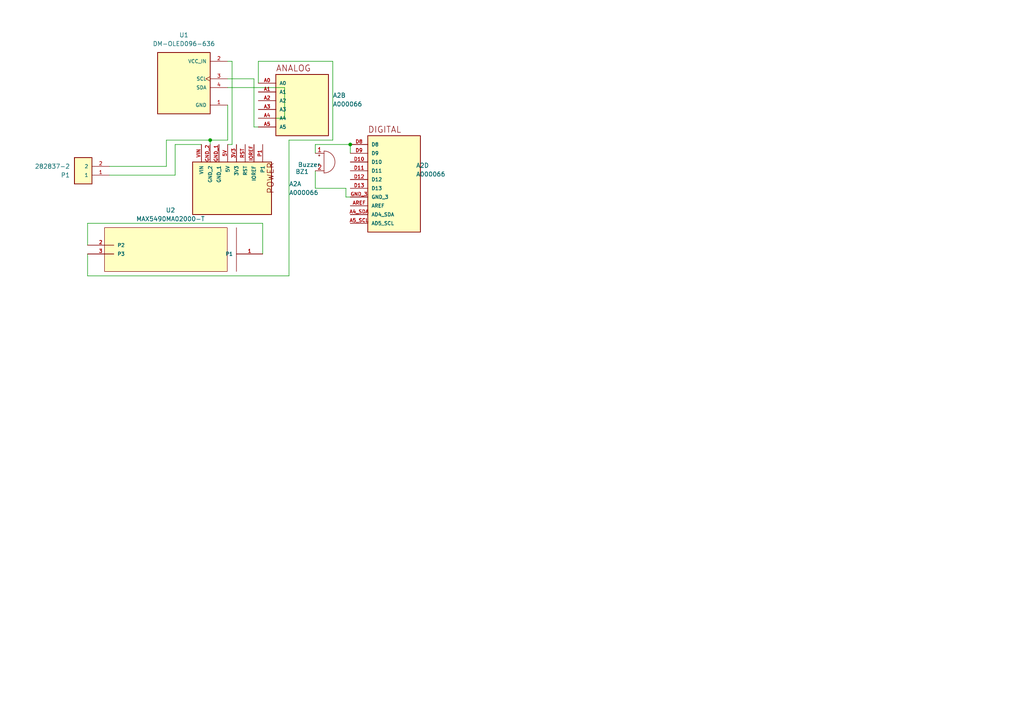
<source format=kicad_sch>
(kicad_sch
	(version 20231120)
	(generator "eeschema")
	(generator_version "8.0")
	(uuid "ac84a5d0-59e7-41f4-b614-70e764e72cda")
	(paper "A4")
	(lib_symbols
		(symbol "Device:Buzzer"
			(pin_names
				(offset 0.0254) hide)
			(exclude_from_sim no)
			(in_bom yes)
			(on_board yes)
			(property "Reference" "BZ"
				(at 3.81 1.27 0)
				(effects
					(font
						(size 1.27 1.27)
					)
					(justify left)
				)
			)
			(property "Value" "Buzzer"
				(at 3.81 -1.27 0)
				(effects
					(font
						(size 1.27 1.27)
					)
					(justify left)
				)
			)
			(property "Footprint" ""
				(at -0.635 2.54 90)
				(effects
					(font
						(size 1.27 1.27)
					)
					(hide yes)
				)
			)
			(property "Datasheet" "~"
				(at -0.635 2.54 90)
				(effects
					(font
						(size 1.27 1.27)
					)
					(hide yes)
				)
			)
			(property "Description" "Buzzer, polarized"
				(at 0 0 0)
				(effects
					(font
						(size 1.27 1.27)
					)
					(hide yes)
				)
			)
			(property "ki_keywords" "quartz resonator ceramic"
				(at 0 0 0)
				(effects
					(font
						(size 1.27 1.27)
					)
					(hide yes)
				)
			)
			(property "ki_fp_filters" "*Buzzer*"
				(at 0 0 0)
				(effects
					(font
						(size 1.27 1.27)
					)
					(hide yes)
				)
			)
			(symbol "Buzzer_0_1"
				(arc
					(start 0 -3.175)
					(mid 3.1612 0)
					(end 0 3.175)
					(stroke
						(width 0)
						(type default)
					)
					(fill
						(type none)
					)
				)
				(polyline
					(pts
						(xy -1.651 1.905) (xy -1.143 1.905)
					)
					(stroke
						(width 0)
						(type default)
					)
					(fill
						(type none)
					)
				)
				(polyline
					(pts
						(xy -1.397 2.159) (xy -1.397 1.651)
					)
					(stroke
						(width 0)
						(type default)
					)
					(fill
						(type none)
					)
				)
				(polyline
					(pts
						(xy 0 3.175) (xy 0 -3.175)
					)
					(stroke
						(width 0)
						(type default)
					)
					(fill
						(type none)
					)
				)
			)
			(symbol "Buzzer_1_1"
				(pin passive line
					(at -2.54 2.54 0)
					(length 2.54)
					(name "+"
						(effects
							(font
								(size 1.27 1.27)
							)
						)
					)
					(number "1"
						(effects
							(font
								(size 1.27 1.27)
							)
						)
					)
				)
				(pin passive line
					(at -2.54 -2.54 0)
					(length 2.54)
					(name "-"
						(effects
							(font
								(size 1.27 1.27)
							)
						)
					)
					(number "2"
						(effects
							(font
								(size 1.27 1.27)
							)
						)
					)
				)
			)
		)
		(symbol "New_Library:DM-OLED096-636"
			(pin_names
				(offset 1.016)
			)
			(exclude_from_sim no)
			(in_bom yes)
			(on_board yes)
			(property "Reference" "U"
				(at -7.62 10.922 0)
				(effects
					(font
						(size 1.27 1.27)
					)
					(justify left bottom)
				)
			)
			(property "Value" "DM-OLED096-636"
				(at -7.62 -10.16 0)
				(effects
					(font
						(size 1.27 1.27)
					)
					(justify left bottom)
				)
			)
			(property "Footprint" ""
				(at 17.272 11.938 0)
				(effects
					(font
						(size 1.27 1.27)
					)
					(justify left bottom)
					(hide yes)
				)
			)
			(property "Datasheet" ""
				(at 0 0 0)
				(effects
					(font
						(size 1.27 1.27)
					)
					(justify left bottom)
					(hide yes)
				)
			)
			(property "Description" ""
				(at 0 0 0)
				(effects
					(font
						(size 1.27 1.27)
					)
					(hide yes)
				)
			)
			(property "MF" ""
				(at 26.67 -8.128 0)
				(effects
					(font
						(size 1.27 1.27)
					)
					(justify left bottom)
					(hide yes)
				)
			)
			(property "MAXIMUM_PACKAGE_HEIGHT" ""
				(at 29.718 3.556 0)
				(effects
					(font
						(size 1.27 1.27)
					)
					(justify left bottom)
					(hide yes)
				)
			)
			(property "Package" ""
				(at -23.114 -4.064 0)
				(effects
					(font
						(size 1.27 1.27)
					)
					(justify left bottom)
					(hide yes)
				)
			)
			(property "Price" ""
				(at -22.86 -7.366 0)
				(effects
					(font
						(size 1.27 1.27)
					)
					(justify left bottom)
					(hide yes)
				)
			)
			(property "Check_prices" ""
				(at -3.556 19.304 0)
				(effects
					(font
						(size 1.27 1.27)
					)
					(justify left bottom)
					(hide yes)
				)
			)
			(property "STANDARD" ""
				(at -0.254 -12.954 0)
				(effects
					(font
						(size 1.27 1.27)
					)
					(justify left bottom)
					(hide yes)
				)
			)
			(property "PARTREV" ""
				(at 20.828 10.414 0)
				(effects
					(font
						(size 1.27 1.27)
					)
					(justify left bottom)
					(hide yes)
				)
			)
			(property "SnapEDA_Link" ""
				(at -27.94 16.256 0)
				(effects
					(font
						(size 1.27 1.27)
					)
					(justify left bottom)
					(hide yes)
				)
			)
			(property "MP" ""
				(at 24.892 -4.572 0)
				(do_not_autoplace)
				(effects
					(font
						(size 1.27 1.27)
					)
					(justify left bottom)
					(hide yes)
				)
			)
			(property "Description_1" ""
				(at -34.544 23.622 0)
				(effects
					(font
						(size 1.27 1.27)
					)
					(justify left bottom)
					(hide yes)
				)
			)
			(property "Availability" ""
				(at 25.4 6.604 0)
				(effects
					(font
						(size 1.27 1.27)
					)
					(justify left bottom)
					(hide yes)
				)
			)
			(property "MANUFACTURER" ""
				(at 34.036 -9.398 0)
				(effects
					(font
						(size 1.27 1.27)
					)
					(justify left bottom)
					(hide yes)
				)
			)
			(property "ki_locked" ""
				(at 0 0 0)
				(effects
					(font
						(size 1.27 1.27)
					)
				)
			)
			(symbol "DM-OLED096-636_0_0"
				(rectangle
					(start -7.62 10.16)
					(end 7.62 -7.62)
					(stroke
						(width 0.254)
						(type solid)
					)
					(fill
						(type background)
					)
				)
				(pin power_in line
					(at 12.7 -5.08 180)
					(length 5.08)
					(name "GND"
						(effects
							(font
								(size 1.016 1.016)
							)
						)
					)
					(number "1"
						(effects
							(font
								(size 1.016 1.016)
							)
						)
					)
				)
				(pin power_in line
					(at 12.7 7.62 180)
					(length 5.08)
					(name "VCC_IN"
						(effects
							(font
								(size 1.016 1.016)
							)
						)
					)
					(number "2"
						(effects
							(font
								(size 1.016 1.016)
							)
						)
					)
				)
				(pin input clock
					(at 12.7 2.54 180)
					(length 5.08)
					(name "SCL"
						(effects
							(font
								(size 1.016 1.016)
							)
						)
					)
					(number "3"
						(effects
							(font
								(size 1.016 1.016)
							)
						)
					)
				)
				(pin bidirectional line
					(at 12.7 0 180)
					(length 5.08)
					(name "SDA"
						(effects
							(font
								(size 1.016 1.016)
							)
						)
					)
					(number "4"
						(effects
							(font
								(size 1.016 1.016)
							)
						)
					)
				)
			)
		)
		(symbol "r3:A000066"
			(pin_names
				(offset 1.016)
			)
			(exclude_from_sim no)
			(in_bom yes)
			(on_board yes)
			(property "Reference" "A"
				(at -7.62 16.002 0)
				(effects
					(font
						(size 1.27 1.27)
					)
					(justify left bottom)
				)
			)
			(property "Value" "A000066"
				(at -7.62 -12.7 0)
				(effects
					(font
						(size 1.27 1.27)
					)
					(justify left bottom)
				)
			)
			(property "Footprint" "ARDUINO_A000066"
				(at 0 0 0)
				(effects
					(font
						(size 1.27 1.27)
					)
					(justify left bottom)
					(hide yes)
				)
			)
			(property "Datasheet" ""
				(at 0 0 0)
				(effects
					(font
						(size 1.27 1.27)
					)
					(justify left bottom)
					(hide yes)
				)
			)
			(property "Description" ""
				(at 0 0 0)
				(effects
					(font
						(size 1.27 1.27)
					)
					(hide yes)
				)
			)
			(property "DigiKey_Part_Number" "1050-1024-ND"
				(at 0 0 0)
				(effects
					(font
						(size 1.27 1.27)
					)
					(justify left bottom)
					(hide yes)
				)
			)
			(property "SnapEDA_Link" "https://www.snapeda.com/parts/A000066/Arduino/view-part/?ref=snap"
				(at 0 0 0)
				(effects
					(font
						(size 1.27 1.27)
					)
					(justify left bottom)
					(hide yes)
				)
			)
			(property "MAXIMUM_PACKAGE_HEIGHT" "N/A"
				(at 0 0 0)
				(effects
					(font
						(size 1.27 1.27)
					)
					(justify left bottom)
					(hide yes)
				)
			)
			(property "Package" "Non-Standard Arduino"
				(at 0 0 0)
				(effects
					(font
						(size 1.27 1.27)
					)
					(justify left bottom)
					(hide yes)
				)
			)
			(property "Check_prices" "https://www.snapeda.com/parts/A000066/Arduino/view-part/?ref=eda"
				(at 0 0 0)
				(effects
					(font
						(size 1.27 1.27)
					)
					(justify left bottom)
					(hide yes)
				)
			)
			(property "STANDARD" "Manufacturer Recommendations"
				(at 0 0 0)
				(effects
					(font
						(size 1.27 1.27)
					)
					(justify left bottom)
					(hide yes)
				)
			)
			(property "PARTREV" "N/A"
				(at 0 0 0)
				(effects
					(font
						(size 1.27 1.27)
					)
					(justify left bottom)
					(hide yes)
				)
			)
			(property "MF" "arduino education"
				(at 0 0 0)
				(effects
					(font
						(size 1.27 1.27)
					)
					(justify left bottom)
					(hide yes)
				)
			)
			(property "MP" "A000066"
				(at 0 0 0)
				(effects
					(font
						(size 1.27 1.27)
					)
					(justify left bottom)
					(hide yes)
				)
			)
			(property "Description_1" "\\n                        \\n                            The Arduino Uno R3 is an 8-bit  microcontroller board featuring the ATmega328P microcontroller (MCU). This board operates at a clock speed of 16 MHz and uses a 5V logic level, making it ideal for a wide range of embedded applications. It supports the Arduino R3 Shield interconnect system and provides 14 digital I/O pins, 6 of which can be used as PWM outputs, and 6 analog input pins. It also features an ICSP header, 2KB SRAM and 1K of EEPROM. The Uno R3 is compatible with the Arduino IDE (Integrated Development Environment) for easy programming and prototyping using a C++ variant.\\n                        \\n"
				(at 0 0 0)
				(effects
					(font
						(size 1.27 1.27)
					)
					(justify left bottom)
					(hide yes)
				)
			)
			(property "MANUFACTURER" "Arduino"
				(at 0 0 0)
				(effects
					(font
						(size 1.27 1.27)
					)
					(justify left bottom)
					(hide yes)
				)
			)
			(property "SNAPEDA_PN" "ARDUINO UNO REV3"
				(at 0 0 0)
				(effects
					(font
						(size 1.27 1.27)
					)
					(justify left bottom)
					(hide yes)
				)
			)
			(property "ki_locked" ""
				(at 0 0 0)
				(effects
					(font
						(size 1.27 1.27)
					)
				)
			)
			(symbol "A000066_1_0"
				(rectangle
					(start -7.62 -10.16)
					(end 7.62 12.7)
					(stroke
						(width 0.254)
						(type solid)
					)
					(fill
						(type background)
					)
				)
				(text "POWER"
					(at -7.62 13.462 0)
					(effects
						(font
							(size 1.778 1.778)
						)
						(justify left bottom)
					)
				)
				(pin power_in line
					(at -12.7 2.54 0)
					(length 5.08)
					(name "3V3"
						(effects
							(font
								(size 1.016 1.016)
							)
						)
					)
					(number "3V3"
						(effects
							(font
								(size 1.016 1.016)
							)
						)
					)
				)
				(pin power_in line
					(at -12.7 0 0)
					(length 5.08)
					(name "5V"
						(effects
							(font
								(size 1.016 1.016)
							)
						)
					)
					(number "5V"
						(effects
							(font
								(size 1.016 1.016)
							)
						)
					)
				)
				(pin power_in line
					(at -12.7 -2.54 0)
					(length 5.08)
					(name "GND_1"
						(effects
							(font
								(size 1.016 1.016)
							)
						)
					)
					(number "GND_1"
						(effects
							(font
								(size 1.016 1.016)
							)
						)
					)
				)
				(pin power_in line
					(at -12.7 -5.08 0)
					(length 5.08)
					(name "GND_2"
						(effects
							(font
								(size 1.016 1.016)
							)
						)
					)
					(number "GND_2"
						(effects
							(font
								(size 1.016 1.016)
							)
						)
					)
				)
				(pin bidirectional line
					(at -12.7 7.62 0)
					(length 5.08)
					(name "IOREF"
						(effects
							(font
								(size 1.016 1.016)
							)
						)
					)
					(number "IOREF"
						(effects
							(font
								(size 1.016 1.016)
							)
						)
					)
				)
				(pin bidirectional line
					(at -12.7 10.16 0)
					(length 5.08)
					(name "P1"
						(effects
							(font
								(size 1.016 1.016)
							)
						)
					)
					(number "P1"
						(effects
							(font
								(size 1.016 1.016)
							)
						)
					)
				)
				(pin bidirectional line
					(at -12.7 5.08 0)
					(length 5.08)
					(name "RST"
						(effects
							(font
								(size 1.016 1.016)
							)
						)
					)
					(number "RST"
						(effects
							(font
								(size 1.016 1.016)
							)
						)
					)
				)
				(pin power_in line
					(at -12.7 -7.62 0)
					(length 5.08)
					(name "VIN"
						(effects
							(font
								(size 1.016 1.016)
							)
						)
					)
					(number "VIN"
						(effects
							(font
								(size 1.016 1.016)
							)
						)
					)
				)
			)
			(symbol "A000066_2_0"
				(rectangle
					(start -7.62 -10.16)
					(end 7.62 7.62)
					(stroke
						(width 0.254)
						(type solid)
					)
					(fill
						(type background)
					)
				)
				(text "ANALOG"
					(at -7.62 8.382 0)
					(effects
						(font
							(size 1.778 1.778)
						)
						(justify left bottom)
					)
				)
				(pin bidirectional line
					(at -12.7 5.08 0)
					(length 5.08)
					(name "A0"
						(effects
							(font
								(size 1.016 1.016)
							)
						)
					)
					(number "A0"
						(effects
							(font
								(size 1.016 1.016)
							)
						)
					)
				)
				(pin bidirectional line
					(at -12.7 2.54 0)
					(length 5.08)
					(name "A1"
						(effects
							(font
								(size 1.016 1.016)
							)
						)
					)
					(number "A1"
						(effects
							(font
								(size 1.016 1.016)
							)
						)
					)
				)
				(pin bidirectional line
					(at -12.7 0 0)
					(length 5.08)
					(name "A2"
						(effects
							(font
								(size 1.016 1.016)
							)
						)
					)
					(number "A2"
						(effects
							(font
								(size 1.016 1.016)
							)
						)
					)
				)
				(pin bidirectional line
					(at -12.7 -2.54 0)
					(length 5.08)
					(name "A3"
						(effects
							(font
								(size 1.016 1.016)
							)
						)
					)
					(number "A3"
						(effects
							(font
								(size 1.016 1.016)
							)
						)
					)
				)
				(pin bidirectional line
					(at -12.7 -5.08 0)
					(length 5.08)
					(name "A4"
						(effects
							(font
								(size 1.016 1.016)
							)
						)
					)
					(number "A4"
						(effects
							(font
								(size 1.016 1.016)
							)
						)
					)
				)
				(pin bidirectional line
					(at -12.7 -7.62 0)
					(length 5.08)
					(name "A5"
						(effects
							(font
								(size 1.016 1.016)
							)
						)
					)
					(number "A5"
						(effects
							(font
								(size 1.016 1.016)
							)
						)
					)
				)
			)
			(symbol "A000066_3_0"
				(rectangle
					(start -7.62 -12.7)
					(end 7.62 10.16)
					(stroke
						(width 0.254)
						(type solid)
					)
					(fill
						(type background)
					)
				)
				(text "DIGITAL"
					(at -7.62 10.922 0)
					(effects
						(font
							(size 1.778 1.778)
						)
						(justify left bottom)
					)
				)
				(pin bidirectional line
					(at -12.7 7.62 0)
					(length 5.08)
					(name "D0"
						(effects
							(font
								(size 1.016 1.016)
							)
						)
					)
					(number "D0"
						(effects
							(font
								(size 1.016 1.016)
							)
						)
					)
				)
				(pin bidirectional line
					(at -12.7 5.08 0)
					(length 5.08)
					(name "D1"
						(effects
							(font
								(size 1.016 1.016)
							)
						)
					)
					(number "D1"
						(effects
							(font
								(size 1.016 1.016)
							)
						)
					)
				)
				(pin bidirectional line
					(at -12.7 2.54 0)
					(length 5.08)
					(name "D2"
						(effects
							(font
								(size 1.016 1.016)
							)
						)
					)
					(number "D2"
						(effects
							(font
								(size 1.016 1.016)
							)
						)
					)
				)
				(pin bidirectional line
					(at -12.7 0 0)
					(length 5.08)
					(name "D3"
						(effects
							(font
								(size 1.016 1.016)
							)
						)
					)
					(number "D3"
						(effects
							(font
								(size 1.016 1.016)
							)
						)
					)
				)
				(pin bidirectional line
					(at -12.7 -2.54 0)
					(length 5.08)
					(name "D4"
						(effects
							(font
								(size 1.016 1.016)
							)
						)
					)
					(number "D4"
						(effects
							(font
								(size 1.016 1.016)
							)
						)
					)
				)
				(pin bidirectional line
					(at -12.7 -5.08 0)
					(length 5.08)
					(name "D5"
						(effects
							(font
								(size 1.016 1.016)
							)
						)
					)
					(number "D5"
						(effects
							(font
								(size 1.016 1.016)
							)
						)
					)
				)
				(pin bidirectional line
					(at -12.7 -7.62 0)
					(length 5.08)
					(name "D6"
						(effects
							(font
								(size 1.016 1.016)
							)
						)
					)
					(number "D6"
						(effects
							(font
								(size 1.016 1.016)
							)
						)
					)
				)
				(pin bidirectional line
					(at -12.7 -10.16 0)
					(length 5.08)
					(name "D7"
						(effects
							(font
								(size 1.016 1.016)
							)
						)
					)
					(number "D7"
						(effects
							(font
								(size 1.016 1.016)
							)
						)
					)
				)
			)
			(symbol "A000066_4_0"
				(rectangle
					(start -7.62 -15.24)
					(end 7.62 12.7)
					(stroke
						(width 0.254)
						(type solid)
					)
					(fill
						(type background)
					)
				)
				(text "DIGITAL"
					(at -7.62 13.462 0)
					(effects
						(font
							(size 1.778 1.778)
						)
						(justify left bottom)
					)
				)
				(pin bidirectional line
					(at -12.7 -10.16 0)
					(length 5.08)
					(name "AD4_SDA"
						(effects
							(font
								(size 1.016 1.016)
							)
						)
					)
					(number "A4_SDA"
						(effects
							(font
								(size 1.016 1.016)
							)
						)
					)
				)
				(pin bidirectional line
					(at -12.7 -12.7 0)
					(length 5.08)
					(name "AD5_SCL"
						(effects
							(font
								(size 1.016 1.016)
							)
						)
					)
					(number "A5_SCL"
						(effects
							(font
								(size 1.016 1.016)
							)
						)
					)
				)
				(pin bidirectional line
					(at -12.7 -7.62 0)
					(length 5.08)
					(name "AREF"
						(effects
							(font
								(size 1.016 1.016)
							)
						)
					)
					(number "AREF"
						(effects
							(font
								(size 1.016 1.016)
							)
						)
					)
				)
				(pin bidirectional line
					(at -12.7 5.08 0)
					(length 5.08)
					(name "D10"
						(effects
							(font
								(size 1.016 1.016)
							)
						)
					)
					(number "D10"
						(effects
							(font
								(size 1.016 1.016)
							)
						)
					)
				)
				(pin bidirectional line
					(at -12.7 2.54 0)
					(length 5.08)
					(name "D11"
						(effects
							(font
								(size 1.016 1.016)
							)
						)
					)
					(number "D11"
						(effects
							(font
								(size 1.016 1.016)
							)
						)
					)
				)
				(pin bidirectional line
					(at -12.7 0 0)
					(length 5.08)
					(name "D12"
						(effects
							(font
								(size 1.016 1.016)
							)
						)
					)
					(number "D12"
						(effects
							(font
								(size 1.016 1.016)
							)
						)
					)
				)
				(pin bidirectional line
					(at -12.7 -2.54 0)
					(length 5.08)
					(name "D13"
						(effects
							(font
								(size 1.016 1.016)
							)
						)
					)
					(number "D13"
						(effects
							(font
								(size 1.016 1.016)
							)
						)
					)
				)
				(pin bidirectional line
					(at -12.7 10.16 0)
					(length 5.08)
					(name "D8"
						(effects
							(font
								(size 1.016 1.016)
							)
						)
					)
					(number "D8"
						(effects
							(font
								(size 1.016 1.016)
							)
						)
					)
				)
				(pin bidirectional line
					(at -12.7 7.62 0)
					(length 5.08)
					(name "D9"
						(effects
							(font
								(size 1.016 1.016)
							)
						)
					)
					(number "D9"
						(effects
							(font
								(size 1.016 1.016)
							)
						)
					)
				)
				(pin power_in line
					(at -12.7 -5.08 0)
					(length 5.08)
					(name "GND_3"
						(effects
							(font
								(size 1.016 1.016)
							)
						)
					)
					(number "GND_3"
						(effects
							(font
								(size 1.016 1.016)
							)
						)
					)
				)
			)
		)
		(symbol "termin:282837-2"
			(pin_names
				(offset 1.016)
			)
			(exclude_from_sim no)
			(in_bom yes)
			(on_board yes)
			(property "Reference" "P"
				(at -2.54 2.54 0)
				(effects
					(font
						(size 1.27 1.27)
					)
					(justify left bottom)
				)
			)
			(property "Value" "282837-2"
				(at -4.826 -7.366 0)
				(effects
					(font
						(size 1.27 1.27)
					)
					(justify left bottom)
				)
			)
			(property "Footprint" ""
				(at 0 0 0)
				(effects
					(font
						(size 1.27 1.27)
					)
					(justify left bottom)
					(hide yes)
				)
			)
			(property "Datasheet" ""
				(at 0 0 0)
				(effects
					(font
						(size 1.27 1.27)
					)
					(justify left bottom)
					(hide yes)
				)
			)
			(property "Description" ""
				(at 0 0 0)
				(effects
					(font
						(size 1.27 1.27)
					)
					(justify left bottom)
					(hide yes)
				)
			)
			(property "MF" ""
				(at 0 0 0)
				(effects
					(font
						(size 1.27 1.27)
					)
					(justify left bottom)
					(hide yes)
				)
			)
			(property "PACKAGE" ""
				(at 0 0 0)
				(effects
					(font
						(size 1.27 1.27)
					)
					(justify left bottom)
					(hide yes)
				)
			)
			(property "PRICE" ""
				(at 0 0 0)
				(effects
					(font
						(size 1.27 1.27)
					)
					(justify left bottom)
					(hide yes)
				)
			)
			(property "PARTREV" ""
				(at 0 0 0)
				(effects
					(font
						(size 1.27 1.27)
					)
					(justify left bottom)
					(hide yes)
				)
			)
			(property "MP" ""
				(at 0 0 0)
				(effects
					(font
						(size 1.27 1.27)
					)
					(justify left bottom)
					(hide yes)
				)
			)
			(property "AVAILABILITY" ""
				(at 0 0 0)
				(effects
					(font
						(size 1.27 1.27)
					)
					(justify left bottom)
					(hide yes)
				)
			)
			(property "ki_locked" ""
				(at 0 0 0)
				(effects
					(font
						(size 1.27 1.27)
					)
				)
			)
			(symbol "282837-2_0_0"
				(rectangle
					(start -2.54 -5.08)
					(end 2.54 2.54)
					(stroke
						(width 0.254)
						(type solid)
					)
					(fill
						(type background)
					)
				)
				(pin passive line
					(at -7.62 0 0)
					(length 5.08)
					(name "1"
						(effects
							(font
								(size 1.016 1.016)
							)
						)
					)
					(number "1"
						(effects
							(font
								(size 1.016 1.016)
							)
						)
					)
				)
				(pin passive line
					(at -7.62 -2.54 0)
					(length 5.08)
					(name "2"
						(effects
							(font
								(size 1.016 1.016)
							)
						)
					)
					(number "2"
						(effects
							(font
								(size 1.016 1.016)
							)
						)
					)
				)
			)
		)
		(symbol "vd:MAX5490MA02000-T"
			(pin_names
				(offset 1.016)
			)
			(exclude_from_sim no)
			(in_bom yes)
			(on_board yes)
			(property "Reference" "U"
				(at 20.6756 9.1186 0)
				(effects
					(font
						(size 1.27 1.27)
					)
					(justify left bottom)
				)
			)
			(property "Value" "MAX5490MA02000-T"
				(at 20.066 6.5786 0)
				(effects
					(font
						(size 1.27 1.27)
					)
					(justify left bottom)
				)
			)
			(property "Footprint" ""
				(at 0 0 0)
				(effects
					(font
						(size 1.27 1.27)
					)
					(justify left bottom)
					(hide yes)
				)
			)
			(property "Datasheet" ""
				(at 0 0 0)
				(effects
					(font
						(size 1.27 1.27)
					)
					(justify left bottom)
					(hide yes)
				)
			)
			(property "Description" ""
				(at 0 0 0)
				(effects
					(font
						(size 1.27 1.27)
					)
					(hide yes)
				)
			)
			(property "MF" ""
				(at 0 0 0)
				(effects
					(font
						(size 1.27 1.27)
					)
					(justify left bottom)
					(hide yes)
				)
			)
			(property "VENDOR" ""
				(at 0 0 0)
				(effects
					(font
						(size 1.27 1.27)
					)
					(justify left bottom)
					(hide yes)
				)
			)
			(property "Description_1" ""
				(at 0 0 0)
				(effects
					(font
						(size 1.27 1.27)
					)
					(justify left bottom)
					(hide yes)
				)
			)
			(property "Package" ""
				(at 0 0 0)
				(effects
					(font
						(size 1.27 1.27)
					)
					(justify left bottom)
					(hide yes)
				)
			)
			(property "Price" ""
				(at 0 0 0)
				(effects
					(font
						(size 1.27 1.27)
					)
					(justify left bottom)
					(hide yes)
				)
			)
			(property "Check_prices" ""
				(at 0 0 0)
				(effects
					(font
						(size 1.27 1.27)
					)
					(justify left bottom)
					(hide yes)
				)
			)
			(property "SnapEDA_Link" ""
				(at 0 0 0)
				(effects
					(font
						(size 1.27 1.27)
					)
					(justify left bottom)
					(hide yes)
				)
			)
			(property "MP" ""
				(at 0 0 0)
				(effects
					(font
						(size 1.27 1.27)
					)
					(justify left bottom)
					(hide yes)
				)
			)
			(property "Availability" ""
				(at 0 0 0)
				(effects
					(font
						(size 1.27 1.27)
					)
					(justify left bottom)
					(hide yes)
				)
			)
			(property "MANUFACTURER_PART_NUMBER" ""
				(at 0 0 0)
				(effects
					(font
						(size 1.27 1.27)
					)
					(justify left bottom)
					(hide yes)
				)
			)
			(property "ki_locked" ""
				(at 0 0 0)
				(effects
					(font
						(size 1.27 1.27)
					)
				)
			)
			(symbol "MAX5490MA02000-T_0_0"
				(polyline
					(pts
						(xy 7.62 5.08) (xy 7.62 -7.62)
					)
					(stroke
						(width 0.1524)
						(type solid)
					)
					(fill
						(type none)
					)
				)
				(rectangle
					(start 10.3124 -7.62)
					(end 45.8724 5.08)
					(stroke
						(width 0.1524)
						(type solid)
					)
					(fill
						(type background)
					)
				)
				(pin passive line
					(at 0 0 0)
					(length 7.62)
					(name "P1"
						(effects
							(font
								(size 1.016 1.016)
							)
						)
					)
					(number "1"
						(effects
							(font
								(size 1.016 1.016)
							)
						)
					)
				)
				(pin passive line
					(at 50.8 -2.54 180)
					(length 7.62)
					(name "P2"
						(effects
							(font
								(size 1.016 1.016)
							)
						)
					)
					(number "2"
						(effects
							(font
								(size 1.016 1.016)
							)
						)
					)
				)
				(pin passive line
					(at 50.8 0 180)
					(length 7.62)
					(name "P3"
						(effects
							(font
								(size 1.016 1.016)
							)
						)
					)
					(number "3"
						(effects
							(font
								(size 1.016 1.016)
							)
						)
					)
				)
			)
		)
	)
	(junction
		(at 60.96 40.64)
		(diameter 0)
		(color 0 0 0 0)
		(uuid "0ff40dcc-745d-4f4f-b884-1035f2f25602")
	)
	(junction
		(at 101.6 41.91)
		(diameter 0)
		(color 0 0 0 0)
		(uuid "98ba11cb-475e-4bcb-982d-02cf2e147370")
	)
	(wire
		(pts
			(xy 25.4 73.66) (xy 25.4 80.01)
		)
		(stroke
			(width 0)
			(type default)
		)
		(uuid "04043f81-666e-43c1-ab04-fc1695bbcc07")
	)
	(wire
		(pts
			(xy 48.26 48.26) (xy 48.26 40.64)
		)
		(stroke
			(width 0)
			(type default)
		)
		(uuid "16e88060-2f12-4f11-9849-8dc8f1e45569")
	)
	(wire
		(pts
			(xy 82.55 25.4) (xy 82.55 34.29)
		)
		(stroke
			(width 0)
			(type default)
		)
		(uuid "19eef270-d62a-47ca-a8b7-894eb08db320")
	)
	(wire
		(pts
			(xy 60.96 40.64) (xy 60.96 41.91)
		)
		(stroke
			(width 0)
			(type default)
		)
		(uuid "1cf77c81-e5fe-4afc-94c5-c4d05e5542dc")
	)
	(wire
		(pts
			(xy 66.04 30.48) (xy 66.04 40.64)
		)
		(stroke
			(width 0)
			(type default)
		)
		(uuid "280441cb-2b6c-4e25-803b-b1d5accfbd6a")
	)
	(wire
		(pts
			(xy 66.04 22.86) (xy 73.66 22.86)
		)
		(stroke
			(width 0)
			(type default)
		)
		(uuid "284bd50e-8dd0-48a8-9e0a-dd25a2c3c540")
	)
	(wire
		(pts
			(xy 76.2 73.66) (xy 76.2 64.77)
		)
		(stroke
			(width 0)
			(type default)
		)
		(uuid "2bf52789-825a-444b-bff3-0c35befe37a5")
	)
	(wire
		(pts
			(xy 25.4 80.01) (xy 83.82 80.01)
		)
		(stroke
			(width 0)
			(type default)
		)
		(uuid "38dd0689-0608-4657-ad25-827c3eeff448")
	)
	(wire
		(pts
			(xy 66.04 17.78) (xy 67.31 17.78)
		)
		(stroke
			(width 0)
			(type default)
		)
		(uuid "3b0661e5-175c-42fc-97d5-4ba32659f6da")
	)
	(wire
		(pts
			(xy 60.96 40.64) (xy 66.04 40.64)
		)
		(stroke
			(width 0)
			(type default)
		)
		(uuid "407b9385-2e4a-4849-97e4-2d9decb3b265")
	)
	(wire
		(pts
			(xy 74.93 17.78) (xy 74.93 24.13)
		)
		(stroke
			(width 0)
			(type default)
		)
		(uuid "41b860bc-1b0a-4e90-8fc0-77dba51197ed")
	)
	(wire
		(pts
			(xy 73.66 36.83) (xy 74.93 36.83)
		)
		(stroke
			(width 0)
			(type default)
		)
		(uuid "46189b3d-a5ef-4bfb-b20e-607c43d923b2")
	)
	(wire
		(pts
			(xy 83.82 40.64) (xy 96.52 40.64)
		)
		(stroke
			(width 0)
			(type default)
		)
		(uuid "47eb9816-377a-4ab1-821c-a521642fc00d")
	)
	(wire
		(pts
			(xy 76.2 64.77) (xy 25.4 64.77)
		)
		(stroke
			(width 0)
			(type default)
		)
		(uuid "4ef5f612-21e8-4c8b-b6b5-cdeaad34611b")
	)
	(wire
		(pts
			(xy 82.55 34.29) (xy 74.93 34.29)
		)
		(stroke
			(width 0)
			(type default)
		)
		(uuid "57ddc3c3-4fa7-4df2-8595-8b0ed6e51055")
	)
	(wire
		(pts
			(xy 67.31 17.78) (xy 67.31 41.91)
		)
		(stroke
			(width 0)
			(type default)
		)
		(uuid "589582c5-3186-454b-9ba6-85e401e61c77")
	)
	(wire
		(pts
			(xy 31.75 48.26) (xy 48.26 48.26)
		)
		(stroke
			(width 0)
			(type default)
		)
		(uuid "58e6028c-dca4-4b82-8f02-2c3a42f1da2e")
	)
	(wire
		(pts
			(xy 100.33 54.61) (xy 100.33 57.15)
		)
		(stroke
			(width 0)
			(type default)
		)
		(uuid "61a3efc1-f09f-4288-85e4-0b5dc7dbf156")
	)
	(wire
		(pts
			(xy 96.52 17.78) (xy 74.93 17.78)
		)
		(stroke
			(width 0)
			(type default)
		)
		(uuid "751a38cb-1749-4b14-9dc0-e9a24d6cca0f")
	)
	(wire
		(pts
			(xy 31.75 50.8) (xy 50.8 50.8)
		)
		(stroke
			(width 0)
			(type default)
		)
		(uuid "799421c1-d8a1-46a6-aa6b-60972056dfbf")
	)
	(wire
		(pts
			(xy 91.44 54.61) (xy 100.33 54.61)
		)
		(stroke
			(width 0)
			(type default)
		)
		(uuid "862a071e-8789-44c6-92ae-b25c0d5632a6")
	)
	(wire
		(pts
			(xy 96.52 40.64) (xy 96.52 17.78)
		)
		(stroke
			(width 0)
			(type default)
		)
		(uuid "95050134-77d4-49ab-a60c-973b13392d0f")
	)
	(wire
		(pts
			(xy 50.8 41.91) (xy 58.42 41.91)
		)
		(stroke
			(width 0)
			(type default)
		)
		(uuid "96e36950-cd35-4397-9162-f3fb948f0405")
	)
	(wire
		(pts
			(xy 48.26 40.64) (xy 60.96 40.64)
		)
		(stroke
			(width 0)
			(type default)
		)
		(uuid "a43132d4-e447-41d2-9159-51e7d6ce8b16")
	)
	(wire
		(pts
			(xy 83.82 40.64) (xy 83.82 80.01)
		)
		(stroke
			(width 0)
			(type default)
		)
		(uuid "a7c584e1-16b0-46a9-8504-0b812c776894")
	)
	(wire
		(pts
			(xy 82.55 25.4) (xy 66.04 25.4)
		)
		(stroke
			(width 0)
			(type default)
		)
		(uuid "b2c47971-817b-4e17-adcd-5edb0b2040f6")
	)
	(wire
		(pts
			(xy 91.44 49.53) (xy 91.44 54.61)
		)
		(stroke
			(width 0)
			(type default)
		)
		(uuid "c043fe1c-c4c6-426c-8681-2d4cf893b975")
	)
	(wire
		(pts
			(xy 91.44 41.91) (xy 101.6 41.91)
		)
		(stroke
			(width 0)
			(type default)
		)
		(uuid "c99872e8-c865-4e23-9275-ddc433be6c65")
	)
	(wire
		(pts
			(xy 91.44 44.45) (xy 91.44 41.91)
		)
		(stroke
			(width 0)
			(type default)
		)
		(uuid "d0ce3e1e-8a2f-4630-ad0f-c756a04913cf")
	)
	(wire
		(pts
			(xy 100.33 57.15) (xy 101.6 57.15)
		)
		(stroke
			(width 0)
			(type default)
		)
		(uuid "d1c31001-6b50-4720-9664-4cd65b8f9eea")
	)
	(wire
		(pts
			(xy 73.66 22.86) (xy 73.66 36.83)
		)
		(stroke
			(width 0)
			(type default)
		)
		(uuid "d42e2853-942c-47c5-8765-e086bd4c8845")
	)
	(wire
		(pts
			(xy 25.4 64.77) (xy 25.4 71.12)
		)
		(stroke
			(width 0)
			(type default)
		)
		(uuid "de775162-14e8-4c00-8dcc-3e7a89953e56")
	)
	(wire
		(pts
			(xy 67.31 41.91) (xy 66.04 41.91)
		)
		(stroke
			(width 0)
			(type default)
		)
		(uuid "e9183cad-f3c1-4740-8eaa-c4eec96f0387")
	)
	(wire
		(pts
			(xy 50.8 50.8) (xy 50.8 41.91)
		)
		(stroke
			(width 0)
			(type default)
		)
		(uuid "efcbbd2b-e073-4545-8df0-b65880b070aa")
	)
	(wire
		(pts
			(xy 101.6 41.91) (xy 101.6 44.45)
		)
		(stroke
			(width 0)
			(type default)
		)
		(uuid "f170ce99-b428-4703-8868-d46495b2a082")
	)
	(symbol
		(lib_id "r3:A000066")
		(at 114.3 52.07 0)
		(unit 4)
		(exclude_from_sim no)
		(in_bom yes)
		(on_board yes)
		(dnp no)
		(uuid "16e6be6c-e399-422e-90bd-6b74a2c14366")
		(property "Reference" "A2"
			(at 120.65 47.9899 0)
			(effects
				(font
					(size 1.27 1.27)
				)
				(justify left)
			)
		)
		(property "Value" "A000066"
			(at 120.65 50.5299 0)
			(effects
				(font
					(size 1.27 1.27)
				)
				(justify left)
			)
		)
		(property "Footprint" "ARDUINO_A000066"
			(at 114.3 52.07 0)
			(effects
				(font
					(size 1.27 1.27)
				)
				(justify left bottom)
				(hide yes)
			)
		)
		(property "Datasheet" ""
			(at 114.3 52.07 0)
			(effects
				(font
					(size 1.27 1.27)
				)
				(justify left bottom)
				(hide yes)
			)
		)
		(property "Description" ""
			(at 114.3 52.07 0)
			(effects
				(font
					(size 1.27 1.27)
				)
				(hide yes)
			)
		)
		(property "DigiKey_Part_Number" "1050-1024-ND"
			(at 114.3 52.07 0)
			(effects
				(font
					(size 1.27 1.27)
				)
				(justify left bottom)
				(hide yes)
			)
		)
		(property "SnapEDA_Link" "https://www.snapeda.com/parts/A000066/Arduino/view-part/?ref=snap"
			(at 114.3 52.07 0)
			(effects
				(font
					(size 1.27 1.27)
				)
				(justify left bottom)
				(hide yes)
			)
		)
		(property "MAXIMUM_PACKAGE_HEIGHT" "N/A"
			(at 114.3 52.07 0)
			(effects
				(font
					(size 1.27 1.27)
				)
				(justify left bottom)
				(hide yes)
			)
		)
		(property "Package" "Non-Standard Arduino"
			(at 114.3 52.07 0)
			(effects
				(font
					(size 1.27 1.27)
				)
				(justify left bottom)
				(hide yes)
			)
		)
		(property "Check_prices" "https://www.snapeda.com/parts/A000066/Arduino/view-part/?ref=eda"
			(at 114.3 52.07 0)
			(effects
				(font
					(size 1.27 1.27)
				)
				(justify left bottom)
				(hide yes)
			)
		)
		(property "STANDARD" "Manufacturer Recommendations"
			(at 114.3 52.07 0)
			(effects
				(font
					(size 1.27 1.27)
				)
				(justify left bottom)
				(hide yes)
			)
		)
		(property "PARTREV" "N/A"
			(at 114.3 52.07 0)
			(effects
				(font
					(size 1.27 1.27)
				)
				(justify left bottom)
				(hide yes)
			)
		)
		(property "MF" "arduino education"
			(at 114.3 52.07 0)
			(effects
				(font
					(size 1.27 1.27)
				)
				(justify left bottom)
				(hide yes)
			)
		)
		(property "MP" "A000066"
			(at 114.3 52.07 0)
			(effects
				(font
					(size 1.27 1.27)
				)
				(justify left bottom)
				(hide yes)
			)
		)
		(property "Description_1" "\\n                        \\n                            The Arduino Uno R3 is an 8-bit  microcontroller board featuring the ATmega328P microcontroller (MCU). This board operates at a clock speed of 16 MHz and uses a 5V logic level, making it ideal for a wide range of embedded applications. It supports the Arduino R3 Shield interconnect system and provides 14 digital I/O pins, 6 of which can be used as PWM outputs, and 6 analog input pins. It also features an ICSP header, 2KB SRAM and 1K of EEPROM. The Uno R3 is compatible with the Arduino IDE (Integrated Development Environment) for easy programming and prototyping using a C++ variant.\\n                        \\n"
			(at 114.3 52.07 0)
			(effects
				(font
					(size 1.27 1.27)
				)
				(justify left bottom)
				(hide yes)
			)
		)
		(property "MANUFACTURER" "Arduino"
			(at 114.3 52.07 0)
			(effects
				(font
					(size 1.27 1.27)
				)
				(justify left bottom)
				(hide yes)
			)
		)
		(property "SNAPEDA_PN" "ARDUINO UNO REV3"
			(at 114.3 52.07 0)
			(effects
				(font
					(size 1.27 1.27)
				)
				(justify left bottom)
				(hide yes)
			)
		)
		(pin "5V"
			(uuid "baed865e-9487-4ea7-b6d6-264866223a86")
		)
		(pin "D11"
			(uuid "9af88ff7-882b-43b2-9eab-6fda1abfe540")
		)
		(pin "D5"
			(uuid "fb1570df-761f-41fe-b4c3-973cb50f0d95")
		)
		(pin "D2"
			(uuid "133f3537-b107-4caf-93a3-3bc8628eba94")
		)
		(pin "D7"
			(uuid "4c1e5404-a518-46ff-9ea8-6f45aff1b149")
		)
		(pin "D10"
			(uuid "a7777178-7cf1-4e9e-831f-ab5d6f1d786e")
		)
		(pin "D12"
			(uuid "d26043a8-7bef-477c-840a-ec703ea81c89")
		)
		(pin "3V3"
			(uuid "a7ad3b9b-9d3c-404e-897a-25e52afcf48d")
		)
		(pin "D13"
			(uuid "67f4160e-d496-4d21-bbaa-2dc2dbc93041")
		)
		(pin "A4"
			(uuid "c15fadf0-9ff6-49fe-a670-c0157836f8ee")
		)
		(pin "D4"
			(uuid "c7e7c019-c01b-4c66-b46c-c5a5b2f58c35")
		)
		(pin "P1"
			(uuid "22d50b14-a72e-49f8-adb0-59040af0b1fe")
		)
		(pin "D9"
			(uuid "92b166d4-ff09-40e2-b7d9-158744da7629")
		)
		(pin "D1"
			(uuid "9e51b575-5c57-4c2e-94b6-d7a952910419")
		)
		(pin "D8"
			(uuid "5c99a82b-7b6b-45cf-bf18-ded07e345d17")
		)
		(pin "GND_3"
			(uuid "1ac16d4d-1d15-4709-80b6-a1060a584d10")
		)
		(pin "RST"
			(uuid "6c720892-8618-468c-8adf-c80ed7d01cce")
		)
		(pin "A3"
			(uuid "530aa40f-36d1-4f78-b688-e07a5e3428d5")
		)
		(pin "D3"
			(uuid "d094b4ac-95d2-42eb-83b7-0428a30bddd2")
		)
		(pin "AREF"
			(uuid "e1054915-c39a-4911-be2c-0016dd82ed4e")
		)
		(pin "A5_SCL"
			(uuid "604ce64b-415f-4d19-8ad0-ffc0ce21aa78")
		)
		(pin "GND_1"
			(uuid "15f34350-dd13-4f43-b05e-9f306bc6e235")
		)
		(pin "A2"
			(uuid "a01c46d0-e491-447c-b63d-5ce5847f1a4b")
		)
		(pin "A4_SDA"
			(uuid "9d854fe1-b4bd-42bb-8249-1c033bc83782")
		)
		(pin "VIN"
			(uuid "a6cbb36f-76dd-4b88-ae61-800a3c0fb889")
		)
		(pin "A0"
			(uuid "73f416cf-c0fb-4b99-b70a-d016d1cdd624")
		)
		(pin "GND_2"
			(uuid "334b1a37-94d0-4aff-8b07-f041017afa00")
		)
		(pin "IOREF"
			(uuid "af3ed005-1d2b-4a78-bc38-86fff6509145")
		)
		(pin "A1"
			(uuid "b2ba182c-6dc8-4b9c-aef5-291fb7ee6314")
		)
		(pin "D0"
			(uuid "a5b9de00-c54b-4583-ba4b-050163fba4aa")
		)
		(pin "A5"
			(uuid "1605cbe1-209a-4018-a938-b1a9be48db78")
		)
		(pin "D6"
			(uuid "197f02f5-ece6-403e-bdd7-a3f902c2b4a9")
		)
		(instances
			(project ""
				(path "/ac84a5d0-59e7-41f4-b614-70e764e72cda"
					(reference "A2")
					(unit 4)
				)
			)
		)
	)
	(symbol
		(lib_id "termin:282837-2")
		(at 24.13 50.8 180)
		(unit 1)
		(exclude_from_sim no)
		(in_bom yes)
		(on_board yes)
		(dnp no)
		(uuid "51f8365c-1208-4a99-868e-3e11734e8378")
		(property "Reference" "P1"
			(at 20.32 50.8001 0)
			(effects
				(font
					(size 1.27 1.27)
				)
				(justify left)
			)
		)
		(property "Value" "282837-2"
			(at 20.32 48.2601 0)
			(effects
				(font
					(size 1.27 1.27)
				)
				(justify left)
			)
		)
		(property "Footprint" "2p t:TE_282837-2"
			(at 24.13 50.8 0)
			(effects
				(font
					(size 1.27 1.27)
				)
				(justify left bottom)
				(hide yes)
			)
		)
		(property "Datasheet" ""
			(at 24.13 50.8 0)
			(effects
				(font
					(size 1.27 1.27)
				)
				(justify left bottom)
				(hide yes)
			)
		)
		(property "Description" ""
			(at 24.13 50.8 0)
			(effects
				(font
					(size 1.27 1.27)
				)
				(justify left bottom)
				(hide yes)
			)
		)
		(property "MF" ""
			(at 24.13 50.8 0)
			(effects
				(font
					(size 1.27 1.27)
				)
				(justify left bottom)
				(hide yes)
			)
		)
		(property "PACKAGE" ""
			(at 24.13 50.8 0)
			(effects
				(font
					(size 1.27 1.27)
				)
				(justify left bottom)
				(hide yes)
			)
		)
		(property "PRICE" ""
			(at 24.13 50.8 0)
			(effects
				(font
					(size 1.27 1.27)
				)
				(justify left bottom)
				(hide yes)
			)
		)
		(property "PARTREV" ""
			(at 24.13 50.8 0)
			(effects
				(font
					(size 1.27 1.27)
				)
				(justify left bottom)
				(hide yes)
			)
		)
		(property "MP" ""
			(at 24.13 50.8 0)
			(effects
				(font
					(size 1.27 1.27)
				)
				(justify left bottom)
				(hide yes)
			)
		)
		(property "AVAILABILITY" ""
			(at 24.13 50.8 0)
			(effects
				(font
					(size 1.27 1.27)
				)
				(justify left bottom)
				(hide yes)
			)
		)
		(pin "1"
			(uuid "15eb87ed-1b2d-49d8-ad4c-a001b0f619ae")
		)
		(pin "2"
			(uuid "26d42a29-975a-44e6-810a-aa43b955bf91")
		)
		(instances
			(project ""
				(path "/ac84a5d0-59e7-41f4-b614-70e764e72cda"
					(reference "P1")
					(unit 1)
				)
			)
		)
	)
	(symbol
		(lib_id "r3:A000066")
		(at 66.04 54.61 270)
		(unit 1)
		(exclude_from_sim no)
		(in_bom yes)
		(on_board yes)
		(dnp no)
		(fields_autoplaced yes)
		(uuid "8a41d13f-9d92-4d76-b191-07fb43130cba")
		(property "Reference" "A2"
			(at 83.82 53.3399 90)
			(effects
				(font
					(size 1.27 1.27)
				)
				(justify left)
			)
		)
		(property "Value" "A000066"
			(at 83.82 55.8799 90)
			(effects
				(font
					(size 1.27 1.27)
				)
				(justify left)
			)
		)
		(property "Footprint" "ARDUINO_A000066"
			(at 66.04 54.61 0)
			(effects
				(font
					(size 1.27 1.27)
				)
				(justify left bottom)
				(hide yes)
			)
		)
		(property "Datasheet" ""
			(at 66.04 54.61 0)
			(effects
				(font
					(size 1.27 1.27)
				)
				(justify left bottom)
				(hide yes)
			)
		)
		(property "Description" ""
			(at 66.04 54.61 0)
			(effects
				(font
					(size 1.27 1.27)
				)
				(hide yes)
			)
		)
		(property "DigiKey_Part_Number" "1050-1024-ND"
			(at 66.04 54.61 0)
			(effects
				(font
					(size 1.27 1.27)
				)
				(justify left bottom)
				(hide yes)
			)
		)
		(property "SnapEDA_Link" "https://www.snapeda.com/parts/A000066/Arduino/view-part/?ref=snap"
			(at 66.04 54.61 0)
			(effects
				(font
					(size 1.27 1.27)
				)
				(justify left bottom)
				(hide yes)
			)
		)
		(property "MAXIMUM_PACKAGE_HEIGHT" "N/A"
			(at 66.04 54.61 0)
			(effects
				(font
					(size 1.27 1.27)
				)
				(justify left bottom)
				(hide yes)
			)
		)
		(property "Package" "Non-Standard Arduino"
			(at 66.04 54.61 0)
			(effects
				(font
					(size 1.27 1.27)
				)
				(justify left bottom)
				(hide yes)
			)
		)
		(property "Check_prices" "https://www.snapeda.com/parts/A000066/Arduino/view-part/?ref=eda"
			(at 66.04 54.61 0)
			(effects
				(font
					(size 1.27 1.27)
				)
				(justify left bottom)
				(hide yes)
			)
		)
		(property "STANDARD" "Manufacturer Recommendations"
			(at 66.04 54.61 0)
			(effects
				(font
					(size 1.27 1.27)
				)
				(justify left bottom)
				(hide yes)
			)
		)
		(property "PARTREV" "N/A"
			(at 66.04 54.61 0)
			(effects
				(font
					(size 1.27 1.27)
				)
				(justify left bottom)
				(hide yes)
			)
		)
		(property "MF" "arduino education"
			(at 66.04 54.61 0)
			(effects
				(font
					(size 1.27 1.27)
				)
				(justify left bottom)
				(hide yes)
			)
		)
		(property "MP" "A000066"
			(at 66.04 54.61 0)
			(effects
				(font
					(size 1.27 1.27)
				)
				(justify left bottom)
				(hide yes)
			)
		)
		(property "Description_1" "\\n                        \\n                            The Arduino Uno R3 is an 8-bit  microcontroller board featuring the ATmega328P microcontroller (MCU). This board operates at a clock speed of 16 MHz and uses a 5V logic level, making it ideal for a wide range of embedded applications. It supports the Arduino R3 Shield interconnect system and provides 14 digital I/O pins, 6 of which can be used as PWM outputs, and 6 analog input pins. It also features an ICSP header, 2KB SRAM and 1K of EEPROM. The Uno R3 is compatible with the Arduino IDE (Integrated Development Environment) for easy programming and prototyping using a C++ variant.\\n                        \\n"
			(at 66.04 54.61 0)
			(effects
				(font
					(size 1.27 1.27)
				)
				(justify left bottom)
				(hide yes)
			)
		)
		(property "MANUFACTURER" "Arduino"
			(at 66.04 54.61 0)
			(effects
				(font
					(size 1.27 1.27)
				)
				(justify left bottom)
				(hide yes)
			)
		)
		(property "SNAPEDA_PN" "ARDUINO UNO REV3"
			(at 66.04 54.61 0)
			(effects
				(font
					(size 1.27 1.27)
				)
				(justify left bottom)
				(hide yes)
			)
		)
		(pin "5V"
			(uuid "baed865e-9487-4ea7-b6d6-264866223a86")
		)
		(pin "D11"
			(uuid "9af88ff7-882b-43b2-9eab-6fda1abfe540")
		)
		(pin "D5"
			(uuid "fb1570df-761f-41fe-b4c3-973cb50f0d95")
		)
		(pin "D2"
			(uuid "133f3537-b107-4caf-93a3-3bc8628eba94")
		)
		(pin "D7"
			(uuid "4c1e5404-a518-46ff-9ea8-6f45aff1b149")
		)
		(pin "D10"
			(uuid "a7777178-7cf1-4e9e-831f-ab5d6f1d786e")
		)
		(pin "D12"
			(uuid "d26043a8-7bef-477c-840a-ec703ea81c89")
		)
		(pin "3V3"
			(uuid "a7ad3b9b-9d3c-404e-897a-25e52afcf48d")
		)
		(pin "D13"
			(uuid "67f4160e-d496-4d21-bbaa-2dc2dbc93041")
		)
		(pin "A4"
			(uuid "c15fadf0-9ff6-49fe-a670-c0157836f8ee")
		)
		(pin "D4"
			(uuid "c7e7c019-c01b-4c66-b46c-c5a5b2f58c35")
		)
		(pin "P1"
			(uuid "22d50b14-a72e-49f8-adb0-59040af0b1fe")
		)
		(pin "D9"
			(uuid "92b166d4-ff09-40e2-b7d9-158744da7629")
		)
		(pin "D1"
			(uuid "9e51b575-5c57-4c2e-94b6-d7a952910419")
		)
		(pin "D8"
			(uuid "5c99a82b-7b6b-45cf-bf18-ded07e345d17")
		)
		(pin "GND_3"
			(uuid "1ac16d4d-1d15-4709-80b6-a1060a584d10")
		)
		(pin "RST"
			(uuid "6c720892-8618-468c-8adf-c80ed7d01cce")
		)
		(pin "A3"
			(uuid "530aa40f-36d1-4f78-b688-e07a5e3428d5")
		)
		(pin "D3"
			(uuid "d094b4ac-95d2-42eb-83b7-0428a30bddd2")
		)
		(pin "AREF"
			(uuid "e1054915-c39a-4911-be2c-0016dd82ed4e")
		)
		(pin "A5_SCL"
			(uuid "604ce64b-415f-4d19-8ad0-ffc0ce21aa78")
		)
		(pin "GND_1"
			(uuid "15f34350-dd13-4f43-b05e-9f306bc6e235")
		)
		(pin "A2"
			(uuid "a01c46d0-e491-447c-b63d-5ce5847f1a4b")
		)
		(pin "A4_SDA"
			(uuid "9d854fe1-b4bd-42bb-8249-1c033bc83782")
		)
		(pin "VIN"
			(uuid "a6cbb36f-76dd-4b88-ae61-800a3c0fb889")
		)
		(pin "A0"
			(uuid "73f416cf-c0fb-4b99-b70a-d016d1cdd624")
		)
		(pin "GND_2"
			(uuid "334b1a37-94d0-4aff-8b07-f041017afa00")
		)
		(pin "IOREF"
			(uuid "af3ed005-1d2b-4a78-bc38-86fff6509145")
		)
		(pin "A1"
			(uuid "b2ba182c-6dc8-4b9c-aef5-291fb7ee6314")
		)
		(pin "D0"
			(uuid "a5b9de00-c54b-4583-ba4b-050163fba4aa")
		)
		(pin "A5"
			(uuid "1605cbe1-209a-4018-a938-b1a9be48db78")
		)
		(pin "D6"
			(uuid "197f02f5-ece6-403e-bdd7-a3f902c2b4a9")
		)
		(instances
			(project ""
				(path "/ac84a5d0-59e7-41f4-b614-70e764e72cda"
					(reference "A2")
					(unit 1)
				)
			)
		)
	)
	(symbol
		(lib_id "vd:MAX5490MA02000-T")
		(at 76.2 73.66 180)
		(unit 1)
		(exclude_from_sim no)
		(in_bom yes)
		(on_board yes)
		(dnp no)
		(fields_autoplaced yes)
		(uuid "b684c741-4d7e-43cb-bab3-a0dca290051c")
		(property "Reference" "U2"
			(at 49.4538 60.96 0)
			(effects
				(font
					(size 1.27 1.27)
				)
			)
		)
		(property "Value" "MAX5490MA02000-T"
			(at 49.4538 63.5 0)
			(effects
				(font
					(size 1.27 1.27)
				)
			)
		)
		(property "Footprint" "vd:21-0051H"
			(at 76.2 73.66 0)
			(effects
				(font
					(size 1.27 1.27)
				)
				(justify left bottom)
				(hide yes)
			)
		)
		(property "Datasheet" ""
			(at 76.2 73.66 0)
			(effects
				(font
					(size 1.27 1.27)
				)
				(justify left bottom)
				(hide yes)
			)
		)
		(property "Description" ""
			(at 76.2 73.66 0)
			(effects
				(font
					(size 1.27 1.27)
				)
				(hide yes)
			)
		)
		(property "MF" ""
			(at 76.2 73.66 0)
			(effects
				(font
					(size 1.27 1.27)
				)
				(justify left bottom)
				(hide yes)
			)
		)
		(property "VENDOR" ""
			(at 76.2 73.66 0)
			(effects
				(font
					(size 1.27 1.27)
				)
				(justify left bottom)
				(hide yes)
			)
		)
		(property "Description_1" ""
			(at 76.2 73.66 0)
			(effects
				(font
					(size 1.27 1.27)
				)
				(justify left bottom)
				(hide yes)
			)
		)
		(property "Package" ""
			(at 76.2 73.66 0)
			(effects
				(font
					(size 1.27 1.27)
				)
				(justify left bottom)
				(hide yes)
			)
		)
		(property "Price" ""
			(at 76.2 73.66 0)
			(effects
				(font
					(size 1.27 1.27)
				)
				(justify left bottom)
				(hide yes)
			)
		)
		(property "Check_prices" ""
			(at 76.2 73.66 0)
			(effects
				(font
					(size 1.27 1.27)
				)
				(justify left bottom)
				(hide yes)
			)
		)
		(property "SnapEDA_Link" ""
			(at 76.2 73.66 0)
			(effects
				(font
					(size 1.27 1.27)
				)
				(justify left bottom)
				(hide yes)
			)
		)
		(property "MP" ""
			(at 76.2 73.66 0)
			(effects
				(font
					(size 1.27 1.27)
				)
				(justify left bottom)
				(hide yes)
			)
		)
		(property "Availability" ""
			(at 76.2 73.66 0)
			(effects
				(font
					(size 1.27 1.27)
				)
				(justify left bottom)
				(hide yes)
			)
		)
		(property "MANUFACTURER_PART_NUMBER" ""
			(at 76.2 73.66 0)
			(effects
				(font
					(size 1.27 1.27)
				)
				(justify left bottom)
				(hide yes)
			)
		)
		(pin "3"
			(uuid "3db8029c-464a-4266-ba8f-86d25e8c4bdc")
		)
		(pin "2"
			(uuid "aa015492-e98a-41b0-ad3d-9e354bcbe5b7")
		)
		(pin "1"
			(uuid "50735644-a326-49cc-973d-a4b8e3ec48b7")
		)
		(instances
			(project ""
				(path "/ac84a5d0-59e7-41f4-b614-70e764e72cda"
					(reference "U2")
					(unit 1)
				)
			)
		)
	)
	(symbol
		(lib_id "Device:Buzzer")
		(at 93.98 46.99 0)
		(unit 1)
		(exclude_from_sim no)
		(in_bom yes)
		(on_board yes)
		(dnp no)
		(uuid "b7741d91-2e6f-43b8-83fd-8d30b39505a3")
		(property "Reference" "BZ1"
			(at 87.63 49.784 0)
			(effects
				(font
					(size 1.27 1.27)
				)
			)
		)
		(property "Value" "Buzzer"
			(at 89.662 47.752 0)
			(effects
				(font
					(size 1.27 1.27)
				)
			)
		)
		(property "Footprint" "Buzzer_Beeper:Buzzer_TDK_PS1240P02BT_D12.2mm_H6.5mm"
			(at 93.345 44.45 90)
			(effects
				(font
					(size 1.27 1.27)
				)
				(hide yes)
			)
		)
		(property "Datasheet" "~"
			(at 93.345 44.45 90)
			(effects
				(font
					(size 1.27 1.27)
				)
				(hide yes)
			)
		)
		(property "Description" "Buzzer, polarized"
			(at 93.98 46.99 0)
			(effects
				(font
					(size 1.27 1.27)
				)
				(hide yes)
			)
		)
		(pin "2"
			(uuid "4799d6f4-029d-4938-8dc1-6a2a3e92d881")
		)
		(pin "1"
			(uuid "f6c21724-a4bd-4db7-b395-6dc02a8d8e92")
		)
		(instances
			(project ""
				(path "/ac84a5d0-59e7-41f4-b614-70e764e72cda"
					(reference "BZ1")
					(unit 1)
				)
			)
		)
	)
	(symbol
		(lib_id "New_Library:DM-OLED096-636")
		(at 53.34 25.4 0)
		(unit 1)
		(exclude_from_sim no)
		(in_bom yes)
		(on_board yes)
		(dnp no)
		(fields_autoplaced yes)
		(uuid "b7a5f3b1-b0ef-4a87-890d-1ec0956724dd")
		(property "Reference" "U1"
			(at 53.34 10.16 0)
			(effects
				(font
					(size 1.27 1.27)
				)
			)
		)
		(property "Value" "DM-OLED096-636"
			(at 53.34 12.7 0)
			(effects
				(font
					(size 1.27 1.27)
				)
			)
		)
		(property "Footprint" "oledd:MODULE_DM-OLED096-636"
			(at 70.612 13.462 0)
			(effects
				(font
					(size 1.27 1.27)
				)
				(justify left bottom)
				(hide yes)
			)
		)
		(property "Datasheet" ""
			(at 53.34 25.4 0)
			(effects
				(font
					(size 1.27 1.27)
				)
				(justify left bottom)
				(hide yes)
			)
		)
		(property "Description" ""
			(at 53.34 25.4 0)
			(effects
				(font
					(size 1.27 1.27)
				)
				(hide yes)
			)
		)
		(property "MF" ""
			(at 80.01 33.528 0)
			(effects
				(font
					(size 1.27 1.27)
				)
				(justify left bottom)
				(hide yes)
			)
		)
		(property "MAXIMUM_PACKAGE_HEIGHT" ""
			(at 83.058 21.844 0)
			(effects
				(font
					(size 1.27 1.27)
				)
				(justify left bottom)
				(hide yes)
			)
		)
		(property "Package" ""
			(at 30.226 29.464 0)
			(effects
				(font
					(size 1.27 1.27)
				)
				(justify left bottom)
				(hide yes)
			)
		)
		(property "Price" ""
			(at 30.48 32.766 0)
			(effects
				(font
					(size 1.27 1.27)
				)
				(justify left bottom)
				(hide yes)
			)
		)
		(property "Check_prices" ""
			(at 49.784 6.096 0)
			(effects
				(font
					(size 1.27 1.27)
				)
				(justify left bottom)
				(hide yes)
			)
		)
		(property "STANDARD" ""
			(at 53.086 38.354 0)
			(effects
				(font
					(size 1.27 1.27)
				)
				(justify left bottom)
				(hide yes)
			)
		)
		(property "PARTREV" ""
			(at 74.168 14.986 0)
			(effects
				(font
					(size 1.27 1.27)
				)
				(justify left bottom)
				(hide yes)
			)
		)
		(property "SnapEDA_Link" ""
			(at 25.4 9.144 0)
			(effects
				(font
					(size 1.27 1.27)
				)
				(justify left bottom)
				(hide yes)
			)
		)
		(property "MP" ""
			(at 78.232 29.972 0)
			(do_not_autoplace yes)
			(effects
				(font
					(size 1.27 1.27)
				)
				(justify left bottom)
				(hide yes)
			)
		)
		(property "Description_1" ""
			(at 18.796 1.778 0)
			(effects
				(font
					(size 1.27 1.27)
				)
				(justify left bottom)
				(hide yes)
			)
		)
		(property "Availability" ""
			(at 78.74 18.796 0)
			(effects
				(font
					(size 1.27 1.27)
				)
				(justify left bottom)
				(hide yes)
			)
		)
		(property "MANUFACTURER" ""
			(at 87.376 34.798 0)
			(effects
				(font
					(size 1.27 1.27)
				)
				(justify left bottom)
				(hide yes)
			)
		)
		(pin "4"
			(uuid "e9375e0a-7384-4e75-986a-da6e1f4ae16a")
		)
		(pin "3"
			(uuid "bbeedabd-4e2a-4c96-ac99-73faabc6d39f")
		)
		(pin "2"
			(uuid "855292da-32e1-494b-b038-5a56fc1723fd")
		)
		(pin "1"
			(uuid "1c0ced70-6e93-4533-82c2-eb3eb094a4dd")
		)
		(instances
			(project ""
				(path "/ac84a5d0-59e7-41f4-b614-70e764e72cda"
					(reference "U1")
					(unit 1)
				)
			)
		)
	)
	(symbol
		(lib_id "r3:A000066")
		(at 87.63 29.21 0)
		(unit 2)
		(exclude_from_sim no)
		(in_bom yes)
		(on_board yes)
		(dnp no)
		(fields_autoplaced yes)
		(uuid "d37ce77f-ee06-4dd5-9b2f-0937489d55b2")
		(property "Reference" "A2"
			(at 96.52 27.6699 0)
			(effects
				(font
					(size 1.27 1.27)
				)
				(justify left)
			)
		)
		(property "Value" "A000066"
			(at 96.52 30.2099 0)
			(effects
				(font
					(size 1.27 1.27)
				)
				(justify left)
			)
		)
		(property "Footprint" "ARDUINO_A000066"
			(at 87.63 29.21 0)
			(effects
				(font
					(size 1.27 1.27)
				)
				(justify left bottom)
				(hide yes)
			)
		)
		(property "Datasheet" ""
			(at 87.63 29.21 0)
			(effects
				(font
					(size 1.27 1.27)
				)
				(justify left bottom)
				(hide yes)
			)
		)
		(property "Description" ""
			(at 87.63 29.21 0)
			(effects
				(font
					(size 1.27 1.27)
				)
				(hide yes)
			)
		)
		(property "DigiKey_Part_Number" "1050-1024-ND"
			(at 87.63 29.21 0)
			(effects
				(font
					(size 1.27 1.27)
				)
				(justify left bottom)
				(hide yes)
			)
		)
		(property "SnapEDA_Link" "https://www.snapeda.com/parts/A000066/Arduino/view-part/?ref=snap"
			(at 87.63 29.21 0)
			(effects
				(font
					(size 1.27 1.27)
				)
				(justify left bottom)
				(hide yes)
			)
		)
		(property "MAXIMUM_PACKAGE_HEIGHT" "N/A"
			(at 87.63 29.21 0)
			(effects
				(font
					(size 1.27 1.27)
				)
				(justify left bottom)
				(hide yes)
			)
		)
		(property "Package" "Non-Standard Arduino"
			(at 87.63 29.21 0)
			(effects
				(font
					(size 1.27 1.27)
				)
				(justify left bottom)
				(hide yes)
			)
		)
		(property "Check_prices" "https://www.snapeda.com/parts/A000066/Arduino/view-part/?ref=eda"
			(at 87.63 29.21 0)
			(effects
				(font
					(size 1.27 1.27)
				)
				(justify left bottom)
				(hide yes)
			)
		)
		(property "STANDARD" "Manufacturer Recommendations"
			(at 87.63 29.21 0)
			(effects
				(font
					(size 1.27 1.27)
				)
				(justify left bottom)
				(hide yes)
			)
		)
		(property "PARTREV" "N/A"
			(at 87.63 29.21 0)
			(effects
				(font
					(size 1.27 1.27)
				)
				(justify left bottom)
				(hide yes)
			)
		)
		(property "MF" "arduino education"
			(at 87.63 29.21 0)
			(effects
				(font
					(size 1.27 1.27)
				)
				(justify left bottom)
				(hide yes)
			)
		)
		(property "MP" "A000066"
			(at 87.63 29.21 0)
			(effects
				(font
					(size 1.27 1.27)
				)
				(justify left bottom)
				(hide yes)
			)
		)
		(property "Description_1" "\\n                        \\n                            The Arduino Uno R3 is an 8-bit  microcontroller board featuring the ATmega328P microcontroller (MCU). This board operates at a clock speed of 16 MHz and uses a 5V logic level, making it ideal for a wide range of embedded applications. It supports the Arduino R3 Shield interconnect system and provides 14 digital I/O pins, 6 of which can be used as PWM outputs, and 6 analog input pins. It also features an ICSP header, 2KB SRAM and 1K of EEPROM. The Uno R3 is compatible with the Arduino IDE (Integrated Development Environment) for easy programming and prototyping using a C++ variant.\\n                        \\n"
			(at 87.63 29.21 0)
			(effects
				(font
					(size 1.27 1.27)
				)
				(justify left bottom)
				(hide yes)
			)
		)
		(property "MANUFACTURER" "Arduino"
			(at 87.63 29.21 0)
			(effects
				(font
					(size 1.27 1.27)
				)
				(justify left bottom)
				(hide yes)
			)
		)
		(property "SNAPEDA_PN" "ARDUINO UNO REV3"
			(at 87.63 29.21 0)
			(effects
				(font
					(size 1.27 1.27)
				)
				(justify left bottom)
				(hide yes)
			)
		)
		(pin "5V"
			(uuid "baed865e-9487-4ea7-b6d6-264866223a86")
		)
		(pin "D11"
			(uuid "9af88ff7-882b-43b2-9eab-6fda1abfe540")
		)
		(pin "D5"
			(uuid "fb1570df-761f-41fe-b4c3-973cb50f0d95")
		)
		(pin "D2"
			(uuid "133f3537-b107-4caf-93a3-3bc8628eba94")
		)
		(pin "D7"
			(uuid "4c1e5404-a518-46ff-9ea8-6f45aff1b149")
		)
		(pin "D10"
			(uuid "a7777178-7cf1-4e9e-831f-ab5d6f1d786e")
		)
		(pin "D12"
			(uuid "d26043a8-7bef-477c-840a-ec703ea81c89")
		)
		(pin "3V3"
			(uuid "a7ad3b9b-9d3c-404e-897a-25e52afcf48d")
		)
		(pin "D13"
			(uuid "67f4160e-d496-4d21-bbaa-2dc2dbc93041")
		)
		(pin "A4"
			(uuid "c15fadf0-9ff6-49fe-a670-c0157836f8ee")
		)
		(pin "D4"
			(uuid "c7e7c019-c01b-4c66-b46c-c5a5b2f58c35")
		)
		(pin "P1"
			(uuid "22d50b14-a72e-49f8-adb0-59040af0b1fe")
		)
		(pin "D9"
			(uuid "92b166d4-ff09-40e2-b7d9-158744da7629")
		)
		(pin "D1"
			(uuid "9e51b575-5c57-4c2e-94b6-d7a952910419")
		)
		(pin "D8"
			(uuid "5c99a82b-7b6b-45cf-bf18-ded07e345d17")
		)
		(pin "GND_3"
			(uuid "1ac16d4d-1d15-4709-80b6-a1060a584d10")
		)
		(pin "RST"
			(uuid "6c720892-8618-468c-8adf-c80ed7d01cce")
		)
		(pin "A3"
			(uuid "530aa40f-36d1-4f78-b688-e07a5e3428d5")
		)
		(pin "D3"
			(uuid "d094b4ac-95d2-42eb-83b7-0428a30bddd2")
		)
		(pin "AREF"
			(uuid "e1054915-c39a-4911-be2c-0016dd82ed4e")
		)
		(pin "A5_SCL"
			(uuid "604ce64b-415f-4d19-8ad0-ffc0ce21aa78")
		)
		(pin "GND_1"
			(uuid "15f34350-dd13-4f43-b05e-9f306bc6e235")
		)
		(pin "A2"
			(uuid "a01c46d0-e491-447c-b63d-5ce5847f1a4b")
		)
		(pin "A4_SDA"
			(uuid "9d854fe1-b4bd-42bb-8249-1c033bc83782")
		)
		(pin "VIN"
			(uuid "a6cbb36f-76dd-4b88-ae61-800a3c0fb889")
		)
		(pin "A0"
			(uuid "73f416cf-c0fb-4b99-b70a-d016d1cdd624")
		)
		(pin "GND_2"
			(uuid "334b1a37-94d0-4aff-8b07-f041017afa00")
		)
		(pin "IOREF"
			(uuid "af3ed005-1d2b-4a78-bc38-86fff6509145")
		)
		(pin "A1"
			(uuid "b2ba182c-6dc8-4b9c-aef5-291fb7ee6314")
		)
		(pin "D0"
			(uuid "a5b9de00-c54b-4583-ba4b-050163fba4aa")
		)
		(pin "A5"
			(uuid "1605cbe1-209a-4018-a938-b1a9be48db78")
		)
		(pin "D6"
			(uuid "197f02f5-ece6-403e-bdd7-a3f902c2b4a9")
		)
		(instances
			(project ""
				(path "/ac84a5d0-59e7-41f4-b614-70e764e72cda"
					(reference "A2")
					(unit 2)
				)
			)
		)
	)
	(sheet_instances
		(path "/"
			(page "1")
		)
	)
)

</source>
